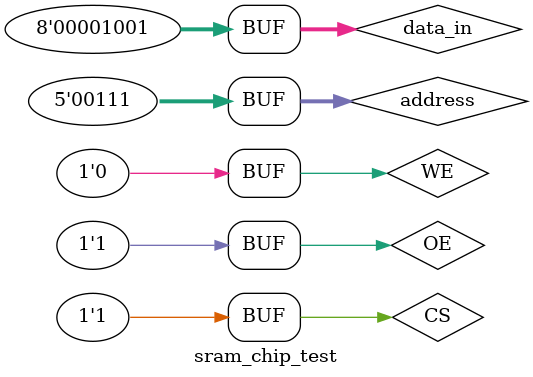
<source format=v>
`timescale 1ns / 1ps


module sram_chip_test;

	// Inputs
	reg [4:0] address;
	reg [7:0] data_in;
	reg CS;
	reg OE;
	reg WE;

	// Outputs
	wire [7:0] data_out;

	// Instantiate the Unit Under Test (UUT)
	sram_chip uut (
		.address(address), 
		.data_in(data_in), 
		.CS(CS), 
		.OE(OE), 
		.WE(WE), 
		.data_out(data_out)
	);

	initial begin
		// Initialize Inputs
		address = 0;
		data_in = 0;
		CS = 0;
		OE = 0;
		WE = 0;

		// Wait 100 ns for global reset to finish
		#100;
		#5 CS=0;OE=1;WE=1;address = 1;data_in = 0;
		#5 CS=0;OE=0;WE=1;address = 1;data_in = 12;
		#5 CS=1;OE=1;WE=1;address = 3;data_in = 9;
      #5 CS=1;OE=1;WE=0;address = 3;
      #5 CS=1;OE=1;WE=0;address = 7;
        
		// Add stimulus here

	end
      
endmodule


</source>
